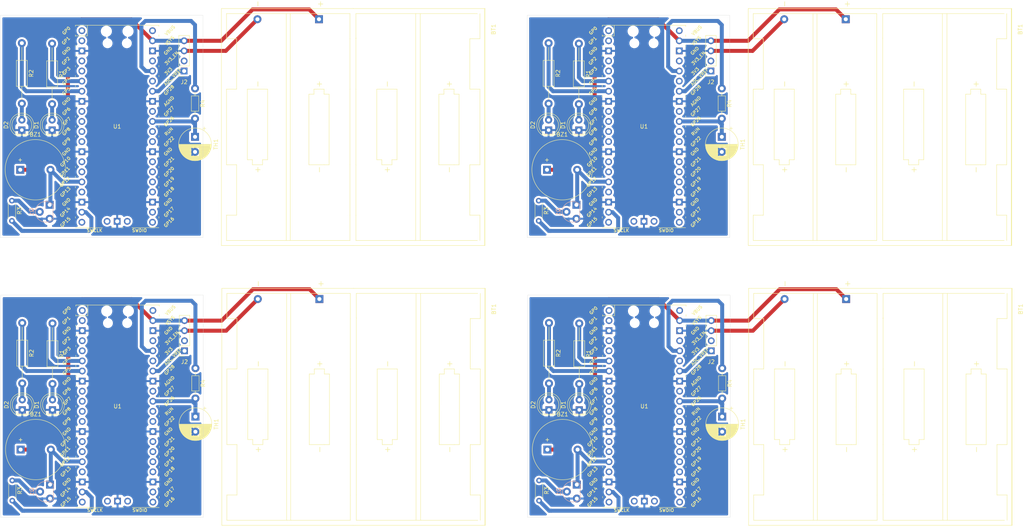
<source format=kicad_pcb>
(kicad_pcb (version 20240108) (generator "pcbnew") (generator_version "8.0")
  (title_block (title "Alarma de Incendios") (company "IMPA - 5to 1ro Aviónica - Control de Interfaces") (comment 1 "Ignacio Bajales ") (comment 2 "David Celso - Benicio Ramirez Hilz") (comment 3 "Gael Strangio - Mateo Ghirelli"))
  (layers (0 "F.Cu" signal) (31 "B.Cu" signal) (34 "B.Paste" user) (35 "F.Paste" user) (36 "B.SilkS" user "B.Silkscreen") (37 "F.SilkS" user "F.Silkscreen") (38 "B.Mask" user) (39 "F.Mask" user) (44 "Edge.Cuts" user))
  (net 0 "")
  (net 1 "GND")
  (net 2 "Net-(D1-A)")
  (net 3 "Net-(D2-A)")
  (net 4 "buzzer -")
  (net 5 "gpio4")
  (net 6 "+3.3V")
  (net 19 "gpio22")
  (net 27 "gpio5")
  (net 28 "gpio28")
  (net 29 "gpio14")
  (net 35 "+5V")
  (net 36 "Net-(Q1-B)")
  (footprint "Resistor_THT:R_Axial_DIN0207_L6.3mm_D2.5mm_P15.24mm_Horizontal" (layer "F.Cu") (at 161.615 24.125 -90)
    (property "Reference" "R1")
    (property "Value" "R")
  )
  (footprint "Buzzer_Beeper:Buzzer_15x7.5RM7.6" (layer "F.Cu") (at 153.595 55.905)
    (property "Reference" "BZ1")
    (property "Value" "Buzzer")
  )
  (footprint "Resistor_THT:R_Axial_DIN0207_L6.3mm_D2.5mm_P15.24mm_Horizontal" (layer "F.Cu") (at 21.405 24 -90)
    (property "Reference" "R2")
    (property "Value" "R")
  )
  (footprint "Battery:BatteryHolder_Keystone_2462_4xAA" (layer "F.Cu") (at 237.595 45 -90)
    (property "Reference" "BT1")
    (property "Value" "Battery" (hide yes))
  )
  (footprint "LED_THT:LED_D5.0mm_Clear" (layer "F.Cu") (at 154 45.905 90)
    (property "Reference" "D2")
    (property "Value" "LED")
  )
  (footprint "Buzzer_Beeper:Buzzer_15x7.5RM7.6" (layer "F.Cu") (at 21.095 126.405)
    (property "Reference" "BZ1")
    (property "Value" "Buzzer")
  )
  (footprint "Resistor_THT:R_Axial_DIN0204_L3.6mm_D1.6mm_P5.08mm_Horizontal" (layer "F.Cu") (at 18.905 63.69 -90)
    (property "Reference" "R3")
    (property "Value" "R")
  )
  (footprint "Capacitor_THT:CP_Radial_D8.0mm_P3.80mm" (layer "F.Cu") (at 65 47.605 -90)
    (property "Reference" "TH1")
    (property "Value" "Thermistor_NTC")
  )
  (footprint "Connector_PinSocket_2.54mm:PinSocket_1x04_P2.54mm_Vertical" (layer "F.Cu") (at 62.255 31.03 180)
    (property "Reference" "J2")
    (property "Value" "Conn_01x04_Pin")
  )
  (footprint "Resistor_THT:R_Axial_DIN0207_L6.3mm_D2.5mm_P15.24mm_Horizontal" (layer "F.Cu") (at 154.095 94.5 -90)
    (property "Reference" "R2")
    (property "Value" "R")
  )
  (footprint "LED_THT:LED_D5.0mm_Clear" (layer "F.Cu") (at 161.615 45.905 90)
    (property "Reference" "D1")
    (property "Value" "LED")
  )
  (footprint "Buzzer_Beeper:Buzzer_15x7.5RM7.6" (layer "F.Cu") (at 153.69 126.405)
    (property "Reference" "BZ1")
    (property "Value" "Buzzer")
  )
  (footprint "LED_THT:LED_D5.0mm_Clear" (layer "F.Cu") (at 29.115 116.405 90)
    (property "Reference" "D1")
    (property "Value" "LED")
  )
  (footprint "Raspberry_Pi_Pico:RPi_Pico_SMD_TH" (layer "F.Cu") (at 178.095 115.5)
    (property "Reference" "U1")
    (property "Value" "Pico")
  )
  (footprint "Capacitor_THT:CP_Radial_D8.0mm_P3.80mm" (layer "F.Cu") (at 65.095 118.105 -90)
    (property "Reference" "TH1")
    (property "Value" "Thermistor_NTC")
  )
  (footprint "Capacitor_THT:CP_Radial_D8.0mm_P3.80mm" (layer "F.Cu") (at 197.595 47.605 -90)
    (property "Reference" "TH1")
    (property "Value" "Thermistor_NTC")
  )
  (footprint "Resistor_THT:R_Axial_DIN0204_L3.6mm_D1.6mm_P7.62mm_Horizontal" (layer "F.Cu") (at 65 35.405 -90)
    (property "Reference" "R4")
    (property "Value" "R")
  )
  (footprint "Resistor_THT:R_Axial_DIN0204_L3.6mm_D1.6mm_P7.62mm_Horizontal" (layer "F.Cu") (at 197.69 105.905 -90)
    (property "Reference" "R4")
    (property "Value" "R")
  )
  (footprint "Resistor_THT:R_Axial_DIN0204_L3.6mm_D1.6mm_P5.08mm_Horizontal" (layer "F.Cu") (at 19 134.19 -90)
    (property "Reference" "R3")
    (property "Value" "R")
  )
  (footprint "LED_THT:LED_D5.0mm_Clear" (layer "F.Cu") (at 154.095 116.405 90)
    (property "Reference" "D2")
    (property "Value" "LED")
  )
  (footprint "Resistor_THT:R_Axial_DIN0207_L6.3mm_D2.5mm_P15.24mm_Horizontal" (layer "F.Cu") (at 29.02 24.125 -90)
    (property "Reference" "R1")
    (property "Value" "R")
  )
  (footprint "Battery:BatteryHolder_Keystone_2462_4xAA" (layer "F.Cu") (at 105.095 115.5 -90)
    (property "Reference" "BT1")
    (property "Value" "Battery" (hide yes))
  )
  (footprint "Capacitor_THT:CP_Radial_D8.0mm_P3.80mm" (layer "F.Cu") (at 197.69 118.105 -90)
    (property "Reference" "TH1")
    (property "Value" "Thermistor_NTC")
  )
  (footprint "LED_THT:LED_D5.0mm_Clear" (layer "F.Cu") (at 21.405 45.905 90)
    (property "Reference" "D2")
    (property "Value" "LED")
  )
  (footprint "Resistor_THT:R_Axial_DIN0207_L6.3mm_D2.5mm_P15.24mm_Horizontal" (layer "F.Cu") (at 29.115 94.625 -90)
    (property "Reference" "R1")
    (property "Value" "R")
  )
  (footprint "Resistor_THT:R_Axial_DIN0204_L3.6mm_D1.6mm_P7.62mm_Horizontal" (layer "F.Cu") (at 197.595 35.405 -90)
    (property "Reference" "R4")
    (property "Value" "R")
  )
  (footprint "Buzzer_Beeper:Buzzer_15x7.5RM7.6" (layer "F.Cu") (at 21 55.905)
    (property "Reference" "BZ1")
    (property "Value" "Buzzer")
  )
  (footprint "Resistor_THT:R_Axial_DIN0207_L6.3mm_D2.5mm_P15.24mm_Horizontal" (layer "F.Cu") (at 154 24 -90)
    (property "Reference" "R2")
    (property "Value" "R")
  )
  (footprint "Resistor_THT:R_Axial_DIN0204_L3.6mm_D1.6mm_P7.62mm_Horizontal" (layer "F.Cu") (at 65.095 105.905 -90)
    (property "Reference" "R4")
    (property "Value" "R")
  )
  (footprint "LED_THT:LED_D5.0mm_Clear" (layer "F.Cu") (at 21.5 116.405 90)
    (property "Reference" "D2")
    (property "Value" "LED")
  )
  (footprint "Resistor_THT:R_Axial_DIN0207_L6.3mm_D2.5mm_P15.24mm_Horizontal" (layer "F.Cu") (at 161.71 94.625 -90)
    (property "Reference" "R1")
    (property "Value" "R")
  )
  (footprint "LED_THT:LED_D5.0mm_Clear" (layer "F.Cu") (at 29.02 45.905 90)
    (property "Reference" "D1")
    (property "Value" "LED")
  )
  (footprint "Raspberry_Pi_Pico:RPi_Pico_SMD_TH" (layer "F.Cu") (at 45.5 115.5)
    (property "Reference" "U1")
    (property "Value" "Pico")
  )
  (footprint "Connector_PinSocket_2.54mm:PinSocket_1x04_P2.54mm_Vertical" (layer "F.Cu") (at 194.85 31.03 180)
    (property "Reference" "J2")
    (property "Value" "Conn_01x04_Pin")
  )
  (footprint "Resistor_THT:R_Axial_DIN0204_L3.6mm_D1.6mm_P5.08mm_Horizontal" (layer "F.Cu") (at 151.595 134.19 -90)
    (property "Reference" "R3")
    (property "Value" "R")
  )
  (footprint "Battery:BatteryHolder_Keystone_2462_4xAA" (layer "F.Cu") (at 237.69 115.5 -90)
    (property "Reference" "BT1")
    (property "Value" "Battery" (hide yes))
  )
  (footprint "Connector_PinSocket_2.54mm:PinSocket_1x04_P2.54mm_Vertical" (layer "F.Cu") (at 194.945 101.53 180)
    (property "Reference" "J2")
    (property "Value" "Conn_01x04_Pin")
  )
  (footprint "Raspberry_Pi_Pico:RPi_Pico_SMD_TH" (layer "F.Cu") (at 45.405 45)
    (property "Reference" "U1")
    (property "Value" "Pico")
  )
  (footprint "Resistor_THT:R_Axial_DIN0207_L6.3mm_D2.5mm_P15.24mm_Horizontal" (layer "F.Cu") (at 21.5 94.5 -90)
    (property "Reference" "R2")
    (property "Value" "R")
  )
  (footprint "Raspberry_Pi_Pico:RPi_Pico_SMD_TH" (layer "F.Cu") (at 178 45)
    (property "Reference" "U1")
    (property "Value" "Pico")
  )
  (footprint "Resistor_THT:R_Axial_DIN0204_L3.6mm_D1.6mm_P5.08mm_Horizontal" (layer "F.Cu") (at 151.5 63.69 -90)
    (property "Reference" "R3")
    (property "Value" "R")
  )
  (footprint "LED_THT:LED_D5.0mm_Clear" (layer "F.Cu") (at 161.71 116.405 90)
    (property "Reference" "D1")
    (property "Value" "LED")
  )
  (footprint "Battery:BatteryHolder_Keystone_2462_4xAA" (layer "F.Cu") (at 105 45 -90)
    (property "Reference" "BT1")
    (property "Value" "Battery" (hide yes))
  )
  (footprint "Connector_PinSocket_2.54mm:PinSocket_1x04_P2.54mm_Vertical" (layer "F.Cu") (at 62.35 101.53 180)
    (property "Reference" "J2")
    (property "Value" "Conn_01x04_Pin")
  )
  (footprint "Package_TO_SOT_THT:TO-92_Inline" (layer "B.Cu") (at 27.405 65.2375 -90)
    (property "Reference" "Q1")
    (property "Value" "BC337")
  )
  (footprint "Package_TO_SOT_THT:TO-92_Inline" (layer "B.Cu") (at 160 65.2375 -90)
    (property "Reference" "Q1")
    (property "Value" "BC337")
  )
  (footprint "Package_TO_SOT_THT:TO-92_Inline" (layer "B.Cu") (at 27.5 135.7375 -90)
    (property "Reference" "Q1")
    (property "Value" "BC337")
  )
  (footprint "Package_TO_SOT_THT:TO-92_Inline" (layer "B.Cu") (at 160.095 135.7375 -90)
    (property "Reference" "Q1")
    (property "Value" "BC337")
  )
  (gr_rect (start 148.595 17) (end 199.595 73) (stroke (width 0.05)) (fill none) (layer "Edge.Cuts"))
  (gr_rect (start 148.69 87.5) (end 199.69 143.5) (stroke (width 0.05)) (fill none) (layer "Edge.Cuts"))
  (gr_rect (start 16 17) (end 67 73) (stroke (width 0.05)) (fill none) (layer "Edge.Cuts"))
  (gr_rect (start 16.095 87.5) (end 67.095 143.5) (stroke (width 0.05)) (fill none) (layer "Edge.Cuts"))
  (gr_text "GP2" (at 165.1 28.49 45) (layer "F.SilkS") (effects (font (size 0.8 0.8))))
  (gr_text "GP2" (at 32.505 28.49 45) (layer "F.SilkS") (effects (font (size 0.8 0.8))))
  (gr_text "GP2" (at 32.6 98.99 45) (layer "F.SilkS") (effects (font (size 0.8 0.8))))
  (gr_text "GP2" (at 165.195 98.99 45) (layer "F.SilkS") (effects (font (size 0.8 0.8))))
  (segment (start 72.83 96.45) (end 62.35 96.45) (width 1) (layer "F.Cu") (net 1))
  (segment (start 205.33 25.95) (end 194.85 25.95) (width 1) (layer "F.Cu") (net 1))
  (segment (start 80.805 88.475) (end 72.83 96.45) (width 1) (layer "F.Cu") (net 1))
  (segment (start 205.425 96.45) (end 194.945 96.45) (width 1) (layer "F.Cu") (net 1))
  (segment (start 213.305 17.975) (end 205.33 25.95) (width 1) (layer "F.Cu") (net 1))
  (segment (start 213.4 88.475) (end 205.425 96.45) (width 1) (layer "F.Cu") (net 1))
  (segment (start 72.735 25.95) (end 62.255 25.95) (width 1) (layer "F.Cu") (net 1))
  (segment (start 80.71 17.975) (end 72.735 25.95) (width 1) (layer "F.Cu") (net 1))
  (segment (start 161.615 39.365) (end 161.615 43.365) (width 1) (layer "B.Cu") (net 2))
  (segment (start 29.115 109.865) (end 29.115 113.865) (width 1) (layer "B.Cu") (net 2))
  (segment (start 161.71 109.865) (end 161.71 113.865) (width 1) (layer "B.Cu") (net 2))
  (segment (start 29.02 39.365) (end 29.02 43.365) (width 1) (layer "B.Cu") (net 2))
  (segment (start 21.405 39.24) (end 21.405 43.365) (width 1) (layer "B.Cu") (net 3))
  (segment (start 21.5 109.74) (end 21.5 113.865) (width 1) (layer "B.Cu") (net 3))
  (segment (start 154 39.24) (end 154 43.365) (width 1) (layer "B.Cu") (net 3))
  (segment (start 154.095 109.74) (end 154.095 113.865) (width 1) (layer "B.Cu") (net 3))
  (segment (start 161.195 55.905) (end 161.195 64.5425) (width 1) (layer "B.Cu") (net 4))
  (segment (start 161.29 135.0425) (end 161.095 135.2375) (width 1) (layer "B.Cu") (net 4))
  (segment (start 161.29 126.405) (end 161.29 135.0425) (width 1) (layer "B.Cu") (net 4))
  (segment (start 28.6 55.905) (end 28.6 64.5425) (width 1) (layer "B.Cu") (net 4))
  (segment (start 28.6 55.905) (end 31.6 58.905) (width 1) (layer "B.Cu") (net 4))
  (segment (start 28.695 135.0425) (end 28.5 135.2375) (width 1) (layer "B.Cu") (net 4))
  (segment (start 169.045 58.905) (end 169.11 58.97) (width 1) (layer "B.Cu") (net 4))
  (segment (start 164.29 129.405) (end 169.14 129.405) (width 1) (layer "B.Cu") (net 4))
  (segment (start 31.695 129.405) (end 36.545 129.405) (width 1) (layer "B.Cu") (net 4))
  (segment (start 28.6 64.5425) (end 28.405 64.7375) (width 1) (layer "B.Cu") (net 4))
  (segment (start 164.195 58.905) (end 169.045 58.905) (width 1) (layer "B.Cu") (net 4))
  (segment (start 161.1 64.6975) (end 161.14 64.7375) (width 1) (layer "B.Cu") (net 4))
  (segment (start 161.29 126.405) (end 164.29 129.405) (width 1) (layer "B.Cu") (net 4))
  (segment (start 31.6 58.905) (end 36.45 58.905) (width 1) (layer "B.Cu") (net 4))
  (segment (start 28.6 135.1975) (end 28.64 135.2375) (width 1) (layer "B.Cu") (net 4))
  (segment (start 169.14 129.405) (end 169.205 129.47) (width 1) (layer "B.Cu") (net 4))
  (segment (start 36.545 129.405) (end 36.61 129.47) (width 1) (layer "B.Cu") (net 4))
  (segment (start 36.45 58.905) (end 36.515 58.97) (width 1) (layer "B.Cu") (net 4))
  (segment (start 28.695 126.405) (end 28.695 135.0425) (width 1) (layer "B.Cu") (net 4))
  (segment (start 28.695 126.405) (end 31.695 129.405) (width 1) (layer "B.Cu") (net 4))
  (segment (start 161.195 55.905) (end 164.195 58.905) (width 1) (layer "B.Cu") (net 4))
  (segment (start 28.505 64.6975) (end 28.545 64.7375) (width 1) (layer "B.Cu") (net 4))
  (segment (start 161.195 64.5425) (end 161 64.7375) (width 1) (layer "B.Cu") (net 4))
  (segment (start 161.195 135.1975) (end 161.235 135.2375) (width 1) (layer "B.Cu") (net 4))
  (segment (start 169.11 33.57) (end 162.57 33.57) (width 1) (layer "B.Cu") (net 5))
  (segment (start 162.57 33.57) (end 161.615 32.615) (width 1) (layer "B.Cu") (net 5))
  (segment (start 36.61 104.07) (end 30.07 104.07) (width 1) (layer "B.Cu") (net 5))
  (segment (start 169.205 104.07) (end 162.665 104.07) (width 1) (layer "B.Cu") (net 5))
  (segment (start 36.515 33.57) (end 29.975 33.57) (width 1) (layer "B.Cu") (net 5))
  (segment (start 162.665 104.07) (end 161.71 103.115) (width 1) (layer "B.Cu") (net 5))
  (segment (start 30.07 104.07) (end 29.115 103.115) (width 1) (layer "B.Cu") (net 5))
  (segment (start 29.02 32.615) (end 29.02 24.125) (width 1) (layer "B.Cu") (net 5))
  (segment (start 29.115 103.115) (end 29.115 94.625) (width 1) (layer "B.Cu") (net 5))
  (segment (start 29.975 33.57) (end 29.02 32.615) (width 1) (layer "B.Cu") (net 5))
  (segment (start 161.71 103.115) (end 161.71 94.625) (width 1) (layer "B.Cu") (net 5))
  (segment (start 161.615 32.615) (end 161.615 24.125) (width 1) (layer "B.Cu") (net 5))
  (segment (start 52.625 31.03) (end 54.295 31.03) (width 1) (layer "B.Cu") (net 6))
  (segment (start 51.595 89.905) (end 51.595 100.405) (width 1) (layer "B.Cu") (net 6))
  (segment (start 185.315 101.53) (end 186.985 101.53) (width 1) (layer "B.Cu") (net 6))
  (segment (start 51.5 29.905) (end 52.625 31.03) (width 1) (layer "B.Cu") (net 6))
  (segment (start 65 35.405) (end 65 19.405) (width 1) (layer "B.Cu") (net 6))
  (segment (start 196.69 88.905) (end 185.19 88.905) (width 1) (layer "B.Cu") (net 6))
  (segment (start 185.22 31.03) (end 186.89 31.03) (width 1) (layer "B.Cu") (net 6))
  (segment (start 197.595 35.405) (end 197.595 19.405) (width 1) (layer "B.Cu") (net 6))
  (segment (start 65.095 89.905) (end 64.095 88.905) (width 1) (layer "B.Cu") (net 6))
  (segment (start 184.095 29.905) (end 185.22 31.03) (width 1) (layer "B.Cu") (net 6))
  (segment (start 64 18.405) (end 52.5 18.405) (width 1) (layer "B.Cu") (net 6))
  (segment (start 184.19 100.405) (end 185.315 101.53) (width 1) (layer "B.Cu") (net 6))
  (segment (start 197.69 105.905) (end 197.69 89.905) (width 1) (layer "B.Cu") (net 6))
  (segment (start 197.69 89.905) (end 196.69 88.905) (width 1) (layer "B.Cu") (net 6))
  (segment (start 197.595 19.405) (end 196.595 18.405) (width 1) (layer "B.Cu") (net 6))
  (segment (start 185.095 18.405) (end 184.095 19.405) (width 1) (layer "B.Cu") (net 6))
  (segment (start 51.595 100.405) (end 52.72 101.53) (width 1) (layer "B.Cu") (net 6))
  (segment (start 184.095 19.405) (end 184.095 29.905) (width 1) (layer "B.Cu") (net 6))
  (segment (start 65 19.405) (end 64 18.405) (width 1) (layer "B.Cu") (net 6))
  (segment (start 52.5 18.405) (end 51.5 19.405) (width 1) (layer "B.Cu") (net 6))
  (segment (start 185.19 88.905) (end 184.19 89.905) (width 1) (layer "B.Cu") (net 6))
  (segment (start 196.595 18.405) (end 185.095 18.405) (width 1) (layer "B.Cu") (net 6))
  (segment (start 65.095 105.905) (end 65.095 89.905) (width 1) (layer "B.Cu") (net 6))
  (segment (start 52.595 88.905) (end 51.595 89.905) (width 1) (layer "B.Cu") (net 6))
  (segment (start 184.19 89.905) (end 184.19 100.405) (width 1) (layer "B.Cu") (net 6))
  (segment (start 51.5 19.405) (end 51.5 29.905) (width 1) (layer "B.Cu") (net 6))
  (segment (start 52.72 101.53) (end 54.39 101.53) (width 1) (layer "B.Cu") (net 6))
  (segment (start 64.095 88.905) (end 52.595 88.905) (width 1) (layer "B.Cu") (net 6))
  (segment (start 64.295 43.73) (end 54.295 43.73) (width 1) (layer "B.Cu") (net 19))
  (segment (start 65 44.5) (end 65 47.605) (width 1) (layer "B.Cu") (net 19))
  (segment (start 196.89 43.795) (end 197.595 44.5) (width 1) (layer "B.Cu") (net 19))
  (segment (start 196.985 114.23) (end 196.985 114.295) (width 1) (layer "B.Cu") (net 19))
  (segment (start 65.095 115) (end 65.095 118.105) (width 1) (layer "B.Cu") (net 19))
  (segment (start 196.985 114.295) (end 197.69 115) (width 1) (layer "B.Cu") (net 19))
  (segment (start 65 43.025) (end 65 44.5) (width 1) (layer "B.Cu") (net 19))
  (segment (start 196.89 43.73) (end 196.89 43.795) (width 1) (layer "B.Cu") (net 19))
  (segment (start 197.595 43.025) (end 196.89 43.73) (width 1) (layer "B.Cu") (net 19))
  (segment (start 65.095 113.525) (end 65.095 115) (width 1) (layer "B.Cu") (net 19))
  (segment (start 65 43.025) (end 64.295 43.73) (width 1) (layer "B.Cu") (net 19))
  (segment (start 196.89 43.73) (end 186.89 43.73) (width 1) (layer "B.Cu") (net 19))
  (segment (start 197.595 43.025) (end 197.595 44.5) (width 1) (layer "B.Cu") (net 19))
  (segment (start 64.39 114.23) (end 64.39 114.295) (width 1) (layer "B.Cu") (net 19))
  (segment (start 64.39 114.23) (end 54.39 114.23) (width 1) (layer "B.Cu") (net 19))
  (segment (start 197.69 115) (end 197.69 118.105) (width 1) (layer "B.Cu") (net 19))
  (segment (start 197.595 44.5) (end 197.595 47.605) (width 1) (layer "B.Cu") (net 19))
  (segment (start 197.69 113.525) (end 197.69 115) (width 1) (layer "B.Cu") (net 19))
  (segment (start 65.095 113.525) (end 64.39 114.23) (width 1) (layer "B.Cu") (net 19))
  (segment (start 64.295 43.795) (end 65 44.5) (width 1) (layer "B.Cu") (net 19))
  (segment (start 197.69 113.525) (end 196.985 114.23) (width 1) (layer "B.Cu") (net 19))
  (segment (start 64.295 43.73) (end 64.295 43.795) (width 1) (layer "B.Cu") (net 19))
  (segment (start 196.985 114.23) (end 186.985 114.23) (width 1) (layer "B.Cu") (net 19))
  (segment (start 64.39 114.295) (end 65.095 115) (width 1) (layer "B.Cu") (net 19))
  (segment (start 21.405 35) (end 21.405 24) (width 1) (layer "B.Cu") (net 27))
  (segment (start 22.515 36.11) (end 21.405 35) (width 1) (layer "B.Cu") (net 27))
  (segment (start 155.205 106.61) (end 154.095 105.5) (width 1) (layer "B.Cu") (net 27))
  (segment (start 21.5 105.5) (end 21.5 94.5) (width 1) (layer "B.Cu") (net 27))
  (segment (start 169.11 36.11) (end 155.11 36.11) (width 1) (layer "B.Cu") (net 27))
  (segment (start 169.205 106.61) (end 155.205 106.61) (width 1) (layer "B.Cu") (net 27))
  (segment (start 22.61 106.61) (end 21.5 105.5) (width 1) (layer "B.Cu") (net 27))
  (segment (start 154 35) (end 154 24) (width 1) (layer "B.Cu") (net 27))
  (segment (start 155.11 36.11) (end 154 35) (width 1) (layer "B.Cu") (net 27))
  (segment (start 36.515 36.11) (end 22.515 36.11) (width 1) (layer "B.Cu") (net 27))
  (segment (start 36.61 106.61) (end 22.61 106.61) (width 1) (layer "B.Cu") (net 27))
  (segment (start 154.095 105.5) (end 154.095 94.5) (width 1) (layer "B.Cu") (net 27))
  (segment (start 60.97 101.53) (end 55.89 106.61) (width 1) (layer "B.Cu") (net 28))
  (segment (start 193.565 101.53) (end 188.485 106.61) (width 1) (layer "B.Cu") (net 28))
  (segment (start 188.39 36.11) (end 186.89 36.11) (width 1) (layer "B.Cu") (net 28))
  (segment (start 60.875 31.03) (end 55.795 36.11) (width 1) (layer "B.Cu") (net 28))
  (segment (start 194.945 101.53) (end 193.565 101.53) (width 1) (layer "B.Cu") (net 28))
  (segment (start 55.795 36.11) (end 54.295 36.11) (width 1) (layer "B.Cu") (net 28))
  (segment (start 193.47 31.03) (end 188.39 36.11) (width 1) (layer "B.Cu") (net 28))
  (segment (start 188.485 106.61) (end 186.985 106.61) (width 1) (layer "B.Cu") (net 28))
  (segment (start 194.85 31.03) (end 193.47 31.03) (width 1) (layer "B.Cu") (net 28))
  (segment (start 62.255 31.03) (end 60.875 31.03) (width 1) (layer "B.Cu") (net 28))
  (segment (start 62.35 101.53) (end 60.97 101.53) (width 1) (layer "B.Cu") (net 28))
  (segment (start 55.89 106.61) (end 54.39 106.61) (width 1) (layer "B.Cu") (net 28))
  (segment (start 21.445 71.31) (end 21.905 71.31) (width 1) (layer "B.Cu") (net 29))
  (segment (start 154.5 71.31) (end 170.88 71.31) (width 1) (layer "B.Cu") (net 29))
  (segment (start 39 138.5) (end 37.59 137.09) (width 1) (layer "B.Cu") (net 29))
  (segment (start 18.905 68.77) (end 21.445 71.31) (width 1) (layer "B.Cu") (net 29))
  (segment (start 37.495 66.59) (end 36.515 66.59) (width 1) (layer "B.Cu") (net 29))
  (segment (start 171.595 141.19) (end 171.595 138.5) (width 1) (layer "B.Cu") (net 29))
  (segment (start 154.595 141.81) (end 170.975 141.81) (width 1) (layer "B.Cu") (net 29))
  (segment (start 154.04 71.31) (end 154.5 71.31) (width 1) (layer "B.Cu") (net 29))
  (segment (start 170.88 71.31) (end 171.5 70.69) (width 1) (layer "B.Cu") (net 29))
  (segment (start 19 139.27) (end 21.54 141.81) (width 1) (layer "B.Cu") (net 29))
  (segment (start 21.905 71.31) (end 38.285 71.31) (width 1) (layer "B.Cu") (net 29))
  (segment (start 21.54 141.81) (end 22 141.81) (width 1) (layer "B.Cu") (net 29))
  (segment (start 171.595 138.5) (end 170.185 137.09) (width 1) (layer "B.Cu") (net 29))
  (segment (start 38.285 71.31) (end 38.905 70.69) (width 1) (layer "B.Cu") (net 29))
  (segment (start 39 141.19) (end 39 138.5) (width 1) (layer "B.Cu") (net 29))
  (segment (start 170.09 66.59) (end 169.11 66.59) (width 1) (layer "B.Cu") (net 29))
  (segment (start 170.975 141.81) (end 171.595 141.19) (width 1) (layer "B.Cu") (net 29))
  (segment (start 38.905 70.69) (end 38.905 68) (width 1) (layer "B.Cu") (net 29))
  (segment (start 171.5 70.69) (end 171.5 68) (width 1) (layer "B.Cu") (net 29))
  (segment (start 38.38 141.81) (end 39 141.19) (width 1) (layer "B.Cu") (net 29))
  (segment (start 37.59 137.09) (end 36.61 137.09) (width 1) (layer "B.Cu") (net 29))
  (segment (start 170.185 137.09) (end 169.205 137.09) (width 1) (layer "B.Cu") (net 29))
  (segment (start 154.135 141.81) (end 154.595 141.81) (width 1) (layer "B.Cu") (net 29))
  (segment (start 171.5 68) (end 170.09 66.59) (width 1) (layer "B.Cu") (net 29))
  (segment (start 151.595 139.27) (end 154.135 141.81) (width 1) (layer "B.Cu") (net 29))
  (segment (start 38.905 68) (end 37.495 66.59) (width 1) (layer "B.Cu") (net 29))
  (segment (start 151.5 68.77) (end 154.04 71.31) (width 1) (layer "B.Cu") (net 29))
  (segment (start 22 141.81) (end 38.38 141.81) (width 1) (layer "B.Cu") (net 29))
  (segment (start 186.89 23.41) (end 181.595 18.115) (width 1) (layer "F.Cu") (net 35))
  (segment (start 96.205 17.975) (end 93.73 15.5) (width 1) (layer "F.Cu") (net 35))
  (segment (start 186.985 93.91) (end 181.69 88.615) (width 1) (layer "F.Cu") (net 35))
  (segment (start 93.73 15.5) (end 79.5 15.5) (width 1) (layer "F.Cu") (net 35))
  (segment (start 49.095 88.615) (end 49.095 88.5) (width 1) (layer "F.Cu") (net 35))
  (segment (start 93.825 86) (end 79.595 86) (width 1) (layer "F.Cu") (net 35))
  (segment (start 54.39 93.91) (end 49.095 88.615) (width 1) (layer "F.Cu") (net 35))
  (segment (start 33.095 91.905) (end 33.095 116.405) (width 1) (layer "F.Cu") (net 35))
  (segment (start 36.405 18) (end 33 21.405) (width 1) (layer "F.Cu") (net 35))
  (segment (start 228.8 17.975) (end 226.325 15.5) (width 1) (layer "F.Cu") (net 35))
  (segment (start 71.59 23.41) (end 62.255 23.41) (width 1) (layer "F.Cu") (net 35))
  (segment (start 169 18) (end 165.595 21.405) (width 1) (layer "F.Cu") (net 35))
  (segment (start 212.19 86) (end 204.28 93.91) (width 1) (layer "F.Cu") (net 35))
  (segment (start 79.595 86) (end 71.685 93.91) (width 1) (layer "F.Cu") (net 35))
  (segment (start 96.3 88.475) (end 93.825 86) (width 1) (layer "F.Cu") (net 35))
  (segment (start 49 18.115) (end 49 18) (width 1) (layer "F.Cu") (net 35))
  (segment (start 204.28 93.91) (end 194.945 93.91) (width 1) (layer "F.Cu") (net 35))
  (segment (start 226.325 15.5) (end 212.095 15.5) (width 1) (layer "F.Cu") (net 35))
  (segment (start 165.69 116.405) (end 155.69 126.405) (width 1) (layer "F.Cu") (net 35))
  (segment (start 79.5 15.5) (end 71.59 23.41) (width 1) (layer "F.Cu") (net 35))
  (segment (start 195.035 94) (end 194.945 93.91) (width 1) (layer "F.Cu") (net 35))
  (segment (start 228.895 88.475) (end 226.42 86) (width 1) (layer "F.Cu") (net 35))
  (segment (start 62.44 94) (end 62.35 93.91) (width 1) (layer "F.Cu") (net 35))
  (segment (start 181.595 18) (end 169 18) (width 1) (layer "F.Cu") (net 35))
  (segment (start 33 45.905) (end 23 55.905) (width 1) (layer "F.Cu") (net 35))
  (segment (start 23.095 126.405) (end 21.095 126.405) (width 1) (layer "F.Cu") (net 35))
  (segment (start 155.595 55.905) (end 153.595 55.905) (width 1) (layer "F.Cu") (net 35))
  (segment (start 49 18) (end 36.405 18) (width 1) (layer "F.Cu") (net 35))
  (segment (start 33.095 116.405) (end 23.095 126.405) (width 1) (layer "F.Cu") (net 35))
  (segment (start 204.185 23.41) (end 194.85 23.41) (width 1) (layer "F.Cu") (net 35))
  (segment (start 169.095 88.5) (end 165.69 91.905) (width 1) (layer "F.Cu") (net 35))
  (segment (start 33 21.405) (end 33 45.905) (width 1) (layer "F.Cu") (net 35))
  (segment (start 36.5 88.5) (end 33.095 91.905) (width 1) (layer "F.Cu") (net 35))
  (segment (start 155.69 126.405) (end 153.69 126.405) (width 1) (layer "F.Cu") (net 35))
  (segment (start 23 55.905) (end 21 55.905) (width 1) (layer "F.Cu") (net 35))
  (segment (start 71.685 93.91) (end 62.35 93.91) (width 1) (layer "F.Cu") (net 35))
  (segment (start 181.595 18.115) (end 181.595 18) (width 1) (layer "F.Cu") (net 35))
  (segment (start 54.295 23.41) (end 49 18.115) (width 1) (layer "F.Cu") (net 35))
  (segment (start 181.69 88.615) (end 181.69 88.5) (width 1) (layer "F.Cu") (net 35))
  (segment (start 165.69 91.905) (end 165.69 116.405) (width 1) (layer "F.Cu") (net 35))
  (segment (start 62.345 23.5) (end 62.255 23.41) (width 1) (layer "F.Cu") (net 35))
  (segment (start 165.595 21.405) (end 165.595 45.905) (width 1) (layer "F.Cu") (net 35))
  (segment (start 194.94 23.5) (end 194.85 23.41) (width 1) (layer "F.Cu") (net 35))
  (segment (start 226.42 86) (end 212.19 86) (width 1) (layer "F.Cu") (net 35))
  (segment (start 165.595 45.905) (end 155.595 55.905) (width 1) (layer "F.Cu") (net 35))
  (segment (start 181.69 88.5) (end 169.095 88.5) (width 1) (layer "F.Cu") (net 35))
  (segment (start 212.095 15.5) (end 204.185 23.41) (width 1) (layer "F.Cu") (net 35))
  (segment (start 49.095 88.5) (end 36.5 88.5) (width 1) (layer "F.Cu") (net 35))
  (segment (start 54.39 93.91) (end 62.35 93.91) (width 1) (layer "B.Cu") (net 35))
  (segment (start 54.295 23.41) (end 62.255 23.41) (width 1) (layer "B.Cu") (net 35))
  (segment (start 186.985 93.91) (end 194.945 93.91) (width 1) (layer "B.Cu") (net 35))
  (segment (start 186.89 23.41) (end 194.85 23.41) (width 1) (layer "B.Cu") (net 35))
  (segment (start 23.5075 137.0075) (end 20.69 134.19) (width 1) (layer "B.Cu") (net 36))
  (segment (start 20.69 134.19) (end 19 134.19) (width 1) (layer "B.Cu") (net 36))
  (segment (start 158.595 137.0075) (end 156.1025 137.0075) (width 1) (layer "B.Cu") (net 36))
  (segment (start 26 137.0075) (end 23.5075 137.0075) (width 1) (layer "B.Cu") (net 36))
  (segment (start 153.19 63.69) (end 151.5 63.69) (width 1) (layer "B.Cu") (net 36))
  (segment (start 153.285 134.19) (end 151.595 134.19) (width 1) (layer "B.Cu") (net 36))
  (segment (start 158.5 66.5075) (end 156.0075 66.5075) (width 1) (layer "B.Cu") (net 36))
  (segment (start 156.0075 66.5075) (end 153.19 63.69) (width 1) (layer "B.Cu") (net 36))
  (segment (start 20.595 63.69) (end 18.905 63.69) (width 1) (layer "B.Cu") (net 36))
  (segment (start 156.1025 137.0075) (end 153.285 134.19) (width 1) (layer "B.Cu") (net 36))
  (segment (start 23.4125 66.5075) (end 20.595 63.69) (width 1) (layer "B.Cu") (net 36))
  (segment (start 25.905 66.5075) (end 23.4125 66.5075) (width 1) (layer "B.Cu") (net 36))
  (zone (net 1) (net_name "GND") (layer "B.Cu") (connect_pads (clearance 0.5)) (min_thickness 0.5) (fill yes (thermal_gap 0.75) (thermal_bridge_width 0.5))
    (polygon (pts (xy 199.595 143.5) (xy 199.595 87.5) (xy 148.595 87.5) (xy 148.595 143.5)))
  )
  (zone (net 1) (net_name "GND") (layer "B.Cu") (connect_pads (clearance 0.5)) (min_thickness 0.5) (fill yes (thermal_gap 0.75) (thermal_bridge_width 0.5))
    (polygon (pts (xy 199.5 73) (xy 199.5 17) (xy 148.5 17) (xy 148.5 73)))
  )
  (zone (net 1) (net_name "GND") (layer "B.Cu") (connect_pads (clearance 0.5)) (min_thickness 0.5) (fill yes (thermal_gap 0.75) (thermal_bridge_width 0.5))
    (polygon (pts (xy 66.905 73) (xy 66.905 17) (xy 15.905 17) (xy 15.905 73)))
  )
  (zone (net 1) (net_name "GND") (layer "B.Cu") (connect_pads (clearance 0.5)) (min_thickness 0.5) (fill yes (thermal_gap 0.75) (thermal_bridge_width 0.5))
    (polygon (pts (xy 67 143.5) (xy 67 87.5) (xy 16 87.5) (xy 16 143.5)))
  )
)
</source>
